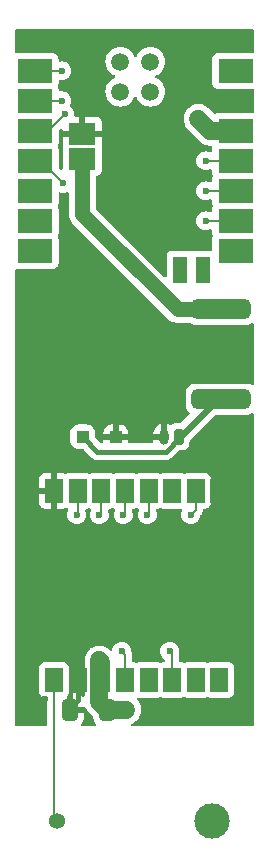
<source format=gbr>
%TF.GenerationSoftware,KiCad,Pcbnew,8.0.6*%
%TF.CreationDate,2024-11-08T20:03:32-06:00*%
%TF.ProjectId,lora micronode,6c6f7261-206d-4696-9372-6f6e6f64652e,rev?*%
%TF.SameCoordinates,Original*%
%TF.FileFunction,Copper,L1,Top*%
%TF.FilePolarity,Positive*%
%FSLAX46Y46*%
G04 Gerber Fmt 4.6, Leading zero omitted, Abs format (unit mm)*
G04 Created by KiCad (PCBNEW 8.0.6) date 2024-11-08 20:03:32*
%MOMM*%
%LPD*%
G01*
G04 APERTURE LIST*
G04 Aperture macros list*
%AMRoundRect*
0 Rectangle with rounded corners*
0 $1 Rounding radius*
0 $2 $3 $4 $5 $6 $7 $8 $9 X,Y pos of 4 corners*
0 Add a 4 corners polygon primitive as box body*
4,1,4,$2,$3,$4,$5,$6,$7,$8,$9,$2,$3,0*
0 Add four circle primitives for the rounded corners*
1,1,$1+$1,$2,$3*
1,1,$1+$1,$4,$5*
1,1,$1+$1,$6,$7*
1,1,$1+$1,$8,$9*
0 Add four rect primitives between the rounded corners*
20,1,$1+$1,$2,$3,$4,$5,0*
20,1,$1+$1,$4,$5,$6,$7,0*
20,1,$1+$1,$6,$7,$8,$9,0*
20,1,$1+$1,$8,$9,$2,$3,0*%
G04 Aperture macros list end*
%TA.AperFunction,SMDPad,CuDef*%
%ADD10RoundRect,0.412500X2.087500X-0.412500X2.087500X0.412500X-2.087500X0.412500X-2.087500X-0.412500X0*%
%TD*%
%TA.AperFunction,ComponentPad*%
%ADD11RoundRect,0.200000X0.200000X0.450000X-0.200000X0.450000X-0.200000X-0.450000X0.200000X-0.450000X0*%
%TD*%
%TA.AperFunction,ComponentPad*%
%ADD12O,0.800000X1.300000*%
%TD*%
%TA.AperFunction,SMDPad,CuDef*%
%ADD13R,3.000000X2.000000*%
%TD*%
%TA.AperFunction,SMDPad,CuDef*%
%ADD14C,1.500000*%
%TD*%
%TA.AperFunction,SMDPad,CuDef*%
%ADD15R,1.300000X2.300000*%
%TD*%
%TA.AperFunction,ComponentPad*%
%ADD16R,2.300000X1.900000*%
%TD*%
%TA.AperFunction,ComponentPad*%
%ADD17C,1.360000*%
%TD*%
%TA.AperFunction,ComponentPad*%
%ADD18C,3.000000*%
%TD*%
%TA.AperFunction,SMDPad,CuDef*%
%ADD19RoundRect,0.250000X-0.300000X-0.300000X0.300000X-0.300000X0.300000X0.300000X-0.300000X0.300000X0*%
%TD*%
%TA.AperFunction,SMDPad,CuDef*%
%ADD20RoundRect,0.250000X0.412500X0.650000X-0.412500X0.650000X-0.412500X-0.650000X0.412500X-0.650000X0*%
%TD*%
%TA.AperFunction,SMDPad,CuDef*%
%ADD21R,1.500000X2.000000*%
%TD*%
%TA.AperFunction,ViaPad*%
%ADD22C,0.600000*%
%TD*%
%TA.AperFunction,Conductor*%
%ADD23C,1.270000*%
%TD*%
%TA.AperFunction,Conductor*%
%ADD24C,0.400000*%
%TD*%
%TA.AperFunction,Conductor*%
%ADD25C,0.190000*%
%TD*%
%TA.AperFunction,Conductor*%
%ADD26C,0.600000*%
%TD*%
%TA.AperFunction,Conductor*%
%ADD27C,1.500000*%
%TD*%
%TA.AperFunction,Conductor*%
%ADD28C,0.200000*%
%TD*%
G04 APERTURE END LIST*
D10*
%TO.P,J1,1,Pin_1*%
%TO.N,Solar+*%
X138448000Y-82926000D03*
%TO.P,J1,2,Pin_2*%
%TO.N,GND*%
X138448000Y-80396000D03*
%TO.P,J1,3,Pin_3*%
X138448000Y-77856000D03*
%TO.P,J1,4,Pin_4*%
%TO.N,BAT_VCC*%
X138448000Y-75316000D03*
%TD*%
D11*
%TO.P,SC1,1,+*%
%TO.N,Solar+*%
X134874000Y-86106000D03*
D12*
%TO.P,SC1,2,-*%
%TO.N,GND*%
X133624001Y-86106000D03*
%TD*%
D13*
%TO.P,U2,1,P0.02_A0_D0*%
%TO.N,SX126X_CS*%
X122691000Y-55126000D03*
%TO.P,U2,2,P0.03_A1_D1*%
%TO.N,SX126X_DIO1*%
X122691000Y-57666000D03*
%TO.P,U2,3,P0.28_A2_D2*%
%TO.N,SX126X_BUSY*%
X122691000Y-60206000D03*
%TO.P,U2,4,P0.29_A3_D3*%
%TO.N,SX126X_RESET*%
X122691000Y-62746000D03*
%TO.P,U2,5,P0.04_A4_D4_SDA*%
%TO.N,unconnected-(U2-P0.04_A4_D4_SDA-Pad5)*%
X122691000Y-65286000D03*
%TO.P,U2,6,P0.05_A5_D5_SCL*%
%TO.N,unconnected-(U2-P0.05_A5_D5_SCL-Pad6)*%
X122691000Y-67826000D03*
%TO.P,U2,7,P1.11_D6_TX*%
%TO.N,unconnected-(U2-P1.11_D6_TX-Pad7)*%
X122691000Y-70366000D03*
%TO.P,U2,8,P1.12_D7_RX*%
%TO.N,unconnected-(U2-P1.12_D7_RX-Pad8)*%
X139691000Y-70366000D03*
%TO.P,U2,9,P1.13_D8_SCK*%
%TO.N,SCK*%
X139691000Y-67826000D03*
%TO.P,U2,10,P1.14_D9_MISO*%
%TO.N,MISO*%
X139691000Y-65286000D03*
%TO.P,U2,11,P1.15_D10_MOSI*%
%TO.N,MOSI*%
X139691000Y-62746000D03*
%TO.P,U2,12,3V3*%
%TO.N,+3.3V*%
X139691000Y-60206000D03*
%TO.P,U2,13,GND*%
%TO.N,GND*%
X139691000Y-57666000D03*
%TO.P,U2,14,5V*%
%TO.N,unconnected-(U2-5V-Pad14)*%
X139691000Y-55126000D03*
D14*
%TO.P,U2,15,PA30_SWCLK*%
%TO.N,unconnected-(U2-PA30_SWCLK-Pad15)*%
X129921000Y-54356000D03*
%TO.P,U2,16,PA31_SWDIO*%
%TO.N,unconnected-(U2-PA31_SWDIO-Pad16)*%
X132461000Y-54356000D03*
%TO.P,U2,17,GND*%
%TO.N,unconnected-(U2-GND-Pad17)*%
X129921000Y-56896000D03*
%TO.P,U2,18,RESET*%
%TO.N,unconnected-(U2-RESET-Pad18)*%
X132461000Y-56896000D03*
D15*
%TO.P,U2,19,P0.09_NFC1*%
%TO.N,unconnected-(U2-P0.09_NFC1-Pad19)*%
X134991000Y-71996000D03*
%TO.P,U2,20,P0.10_NFC2*%
%TO.N,unconnected-(U2-P0.10_NFC2-Pad20)*%
X136891000Y-71996000D03*
D16*
%TO.P,U2,21,BAT-*%
%TO.N,GND*%
X126691000Y-60446000D03*
%TO.P,U2,22,BAT+*%
%TO.N,BAT_VCC*%
X126691000Y-62546000D03*
%TD*%
D17*
%TO.P,AE1,1,A*%
%TO.N,Net-(AE1-A)*%
X124568000Y-118618000D03*
D18*
%TO.P,AE1,2*%
%TO.N,N/C*%
X137668000Y-118618000D03*
%TD*%
D19*
%TO.P,D1,1,K*%
%TO.N,Solar+*%
X126743000Y-86106000D03*
%TO.P,D1,2,A*%
%TO.N,GND*%
X129543000Y-86106000D03*
%TD*%
D20*
%TO.P,C2,1*%
%TO.N,+3.3V*%
X128816500Y-109220000D03*
%TO.P,C2,2*%
%TO.N,GND*%
X125691500Y-109220000D03*
%TD*%
D21*
%TO.P,U1,1,ANT*%
%TO.N,Net-(AE1-A)*%
X124318000Y-106679000D03*
%TO.P,U1,2,GND*%
%TO.N,GND*%
X126318000Y-106679000D03*
%TO.P,U1,3,VDD*%
%TO.N,+3.3V*%
X128318000Y-106679000D03*
%TO.P,U1,4,~{RESET}*%
%TO.N,SX126X_RESET*%
X130318000Y-106679000D03*
%TO.P,U1,5,DIO0*%
%TO.N,unconnected-(U1-DIO0-Pad5)*%
X132318000Y-106679000D03*
%TO.P,U1,6,DIO1*%
%TO.N,SX126X_DIO1*%
X134318000Y-106679000D03*
%TO.P,U1,7,DIO2*%
%TO.N,unconnected-(U1-DIO2-Pad7)*%
X136318000Y-106679000D03*
%TO.P,U1,8,DIO3*%
%TO.N,unconnected-(U1-DIO3-Pad8)*%
X138318000Y-106679000D03*
%TO.P,U1,9,GND*%
%TO.N,GND*%
X138318000Y-90679000D03*
%TO.P,U1,10,DIO4*%
%TO.N,SX126X_BUSY*%
X136318000Y-90679000D03*
%TO.P,U1,11,DIO5*%
%TO.N,unconnected-(U1-DIO5-Pad11)*%
X134318000Y-90679000D03*
%TO.P,U1,12,SCK*%
%TO.N,SCK*%
X132318000Y-90679000D03*
%TO.P,U1,13,MISO*%
%TO.N,MISO*%
X130318000Y-90679000D03*
%TO.P,U1,14,MOSI*%
%TO.N,MOSI*%
X128318000Y-90679000D03*
%TO.P,U1,15,~{NSS}*%
%TO.N,SX126X_CS*%
X126318000Y-90679000D03*
%TO.P,U1,16,GND*%
%TO.N,GND*%
X124318000Y-90679000D03*
%TD*%
D22*
%TO.N,GND*%
X126746000Y-109220000D03*
X123571000Y-108331000D03*
X140462000Y-109855000D03*
X140589000Y-52197000D03*
X121666000Y-52197000D03*
%TO.N,+3.3V*%
X128143000Y-108204000D03*
X130429000Y-109220000D03*
X128143000Y-105029000D03*
X137668000Y-60206000D03*
X137096500Y-59753500D03*
X136525000Y-59182000D03*
%TO.N,SX126X_BUSY*%
X135890000Y-92710000D03*
%TO.N,SX126X_CS*%
X126238000Y-92710000D03*
%TO.N,MOSI*%
X128143000Y-92710000D03*
%TO.N,MISO*%
X130175000Y-92710000D03*
%TO.N,SCK*%
X132207000Y-92710000D03*
%TO.N,SX126X_DIO1*%
X134112000Y-104267000D03*
%TO.N,SX126X_RESET*%
X130048000Y-104267000D03*
X125095000Y-64643000D03*
%TO.N,SX126X_BUSY*%
X125222000Y-58801000D03*
%TO.N,SX126X_DIO1*%
X124968000Y-57658000D03*
%TO.N,SX126X_CS*%
X124960000Y-55126000D03*
%TO.N,SCK*%
X137160000Y-67818000D03*
%TO.N,MISO*%
X137160000Y-65278000D03*
%TO.N,MOSI*%
X137160000Y-62738000D03*
%TD*%
D23*
%TO.N,BAT_VCC*%
X134767528Y-75316000D02*
X138248000Y-75316000D01*
X126691000Y-67239472D02*
X134767528Y-75316000D01*
X126691000Y-62546000D02*
X126691000Y-67239472D01*
D24*
%TO.N,Solar+*%
X127993000Y-87356000D02*
X133756000Y-87356000D01*
X126743000Y-86106000D02*
X127993000Y-87356000D01*
X133756000Y-87356000D02*
X135006000Y-86106000D01*
D25*
%TO.N,Net-(AE1-A)*%
X124318000Y-118368000D02*
X124568000Y-118618000D01*
X124318000Y-106679000D02*
X124318000Y-118368000D01*
D26*
%TO.N,Solar+*%
X138186000Y-82926000D02*
X135006000Y-86106000D01*
X138448000Y-82926000D02*
X138186000Y-82926000D01*
D27*
%TO.N,+3.3V*%
X128143000Y-108204000D02*
X128143000Y-108546500D01*
X128816500Y-109220000D02*
X130429000Y-109220000D01*
X128143000Y-105029000D02*
X128143000Y-108204000D01*
X128318000Y-105204000D02*
X128143000Y-105029000D01*
X128318000Y-106679000D02*
X128318000Y-105204000D01*
X137668000Y-60206000D02*
X137549000Y-60206000D01*
X137096500Y-59753500D02*
X136525000Y-59182000D01*
X137549000Y-60206000D02*
X137096500Y-59753500D01*
X139691000Y-60206000D02*
X137668000Y-60206000D01*
D28*
%TO.N,SX126X_BUSY*%
X136318000Y-92282000D02*
X135890000Y-92710000D01*
X136318000Y-90679000D02*
X136318000Y-92282000D01*
%TO.N,SX126X_DIO1*%
X134318000Y-104473000D02*
X134112000Y-104267000D01*
X134318000Y-106679000D02*
X134318000Y-104473000D01*
%TO.N,SX126X_RESET*%
X130318000Y-104537000D02*
X130048000Y-104267000D01*
X130318000Y-106679000D02*
X130318000Y-104537000D01*
%TO.N,SX126X_CS*%
X126318000Y-92630000D02*
X126238000Y-92710000D01*
X126318000Y-90679000D02*
X126318000Y-92630000D01*
%TO.N,MOSI*%
X128318000Y-92535000D02*
X128143000Y-92710000D01*
X128318000Y-90679000D02*
X128318000Y-92535000D01*
%TO.N,MISO*%
X130318000Y-92567000D02*
X130175000Y-92710000D01*
X130318000Y-90679000D02*
X130318000Y-92567000D01*
%TO.N,SCK*%
X132318000Y-92599000D02*
X132207000Y-92710000D01*
X132318000Y-90679000D02*
X132318000Y-92599000D01*
%TO.N,SX126X_RESET*%
X125095000Y-64590000D02*
X125095000Y-64643000D01*
X123251000Y-62746000D02*
X125095000Y-64590000D01*
X122691000Y-62746000D02*
X123251000Y-62746000D01*
%TO.N,SX126X_BUSY*%
X123817000Y-60206000D02*
X125222000Y-58801000D01*
X122691000Y-60206000D02*
X123817000Y-60206000D01*
%TO.N,SX126X_DIO1*%
X124960000Y-57666000D02*
X124968000Y-57658000D01*
X122691000Y-57666000D02*
X124960000Y-57666000D01*
%TO.N,SX126X_CS*%
X124960000Y-55126000D02*
X124968000Y-55118000D01*
X122691000Y-55126000D02*
X124960000Y-55126000D01*
%TO.N,SCK*%
X137160000Y-67818000D02*
X137168000Y-67826000D01*
X139691000Y-67826000D02*
X137168000Y-67826000D01*
%TO.N,MISO*%
X137160000Y-65278000D02*
X137168000Y-65286000D01*
X139691000Y-65286000D02*
X137168000Y-65286000D01*
%TO.N,MOSI*%
X137168000Y-62746000D02*
X137160000Y-62738000D01*
X139691000Y-62746000D02*
X137168000Y-62746000D01*
D24*
%TO.N,GND*%
X125691500Y-109004500D02*
X126318000Y-108378000D01*
X126318000Y-108378000D02*
X126318000Y-106679000D01*
X125691500Y-109220000D02*
X125691500Y-109004500D01*
D27*
%TO.N,+3.3V*%
X128143000Y-108546500D02*
X128816500Y-109220000D01*
%TD*%
%TA.AperFunction,Conductor*%
%TO.N,GND*%
G36*
X125520951Y-65418843D02*
G01*
X125553179Y-65480837D01*
X125555500Y-65504718D01*
X125555500Y-67328842D01*
X125583457Y-67505363D01*
X125586095Y-67513479D01*
X125586096Y-67513483D01*
X125638692Y-67675357D01*
X125719833Y-67834604D01*
X125821706Y-67974819D01*
X125824887Y-67979198D01*
X125824889Y-67979200D01*
X134027799Y-76182111D01*
X134088646Y-76226319D01*
X134172396Y-76287167D01*
X134331647Y-76368309D01*
X134331649Y-76368310D01*
X134490198Y-76419825D01*
X134501631Y-76423540D01*
X134678162Y-76451500D01*
X135758649Y-76451500D01*
X135825688Y-76471185D01*
X135836680Y-76479130D01*
X135860506Y-76498424D01*
X136031508Y-76585554D01*
X136216889Y-76635227D01*
X136296598Y-76641500D01*
X136296606Y-76641500D01*
X140599394Y-76641500D01*
X140599402Y-76641500D01*
X140679111Y-76635227D01*
X140864492Y-76585554D01*
X141035494Y-76498424D01*
X141035493Y-76498424D01*
X141041284Y-76495474D01*
X141042295Y-76497459D01*
X141099382Y-76480388D01*
X141166518Y-76499737D01*
X141212536Y-76552313D01*
X141224000Y-76604386D01*
X141224000Y-81637613D01*
X141204315Y-81704652D01*
X141151511Y-81750407D01*
X141082353Y-81760351D01*
X141041969Y-81745180D01*
X141041284Y-81746526D01*
X140864490Y-81656445D01*
X140679109Y-81606772D01*
X140599409Y-81600500D01*
X140599402Y-81600500D01*
X136296598Y-81600500D01*
X136296590Y-81600500D01*
X136216890Y-81606772D01*
X136031509Y-81656445D01*
X135860507Y-81743575D01*
X135711354Y-81864354D01*
X135590575Y-82013507D01*
X135503445Y-82184509D01*
X135453772Y-82369890D01*
X135447500Y-82449590D01*
X135447500Y-83402409D01*
X135453772Y-83482109D01*
X135453773Y-83482111D01*
X135503446Y-83667492D01*
X135590576Y-83838494D01*
X135661918Y-83926595D01*
X135711357Y-83987648D01*
X135759552Y-84026675D01*
X135799264Y-84084161D01*
X135801592Y-84153992D01*
X135769198Y-84210722D01*
X135060741Y-84919181D01*
X134999418Y-84952666D01*
X134973060Y-84955500D01*
X134617384Y-84955500D01*
X134598145Y-84957248D01*
X134546807Y-84961913D01*
X134384391Y-85012523D01*
X134240404Y-85099566D01*
X134172850Y-85117402D01*
X134107364Y-85096551D01*
X134050317Y-85058433D01*
X134050308Y-85058428D01*
X133886520Y-84990585D01*
X133874001Y-84988094D01*
X133874001Y-86056272D01*
X133835941Y-85964386D01*
X133765615Y-85894060D01*
X133673729Y-85856000D01*
X133574273Y-85856000D01*
X133482387Y-85894060D01*
X133412061Y-85964386D01*
X133374001Y-86056272D01*
X133374001Y-86155728D01*
X133412061Y-86247614D01*
X133482387Y-86317940D01*
X133574273Y-86356000D01*
X132724001Y-86356000D01*
X132724001Y-86444643D01*
X132736466Y-86507308D01*
X132730239Y-86576900D01*
X132687376Y-86632077D01*
X132621486Y-86655322D01*
X132614849Y-86655500D01*
X130709930Y-86655500D01*
X130642891Y-86635815D01*
X130597136Y-86583011D01*
X130586572Y-86518897D01*
X130592999Y-86455986D01*
X130593000Y-86455973D01*
X130593000Y-86356000D01*
X128493001Y-86356000D01*
X128493001Y-86455989D01*
X128499428Y-86518899D01*
X128486658Y-86587592D01*
X128438777Y-86638476D01*
X128376070Y-86655500D01*
X128334519Y-86655500D01*
X128267480Y-86635815D01*
X128246838Y-86619181D01*
X127829818Y-86202161D01*
X127796333Y-86140838D01*
X127793499Y-86114480D01*
X127793499Y-85756013D01*
X128493000Y-85756013D01*
X128493000Y-85856000D01*
X129293000Y-85856000D01*
X129793000Y-85856000D01*
X130592999Y-85856000D01*
X130592999Y-85767353D01*
X132724001Y-85767353D01*
X132724001Y-85856000D01*
X133374001Y-85856000D01*
X133374001Y-84988095D01*
X133374000Y-84988094D01*
X133361481Y-84990585D01*
X133197693Y-85058428D01*
X133197684Y-85058433D01*
X133050284Y-85156923D01*
X133050280Y-85156926D01*
X132924927Y-85282279D01*
X132924924Y-85282283D01*
X132826434Y-85429683D01*
X132826429Y-85429692D01*
X132758587Y-85593479D01*
X132758585Y-85593487D01*
X132724001Y-85767353D01*
X130592999Y-85767353D01*
X130592999Y-85756028D01*
X130592998Y-85756013D01*
X130582505Y-85653302D01*
X130527358Y-85486880D01*
X130527356Y-85486875D01*
X130435315Y-85337654D01*
X130311345Y-85213684D01*
X130162124Y-85121643D01*
X130162119Y-85121641D01*
X129995697Y-85066494D01*
X129995690Y-85066493D01*
X129892986Y-85056000D01*
X129793000Y-85056000D01*
X129793000Y-85856000D01*
X129293000Y-85856000D01*
X129293000Y-85055999D01*
X129193028Y-85056000D01*
X129193012Y-85056001D01*
X129090302Y-85066494D01*
X128923880Y-85121641D01*
X128923875Y-85121643D01*
X128774654Y-85213684D01*
X128650684Y-85337654D01*
X128558643Y-85486875D01*
X128558641Y-85486880D01*
X128503494Y-85653302D01*
X128503493Y-85653309D01*
X128493000Y-85756013D01*
X127793499Y-85756013D01*
X127793499Y-85755998D01*
X127793498Y-85755981D01*
X127782999Y-85653203D01*
X127782998Y-85653200D01*
X127741777Y-85528804D01*
X127727814Y-85486666D01*
X127635712Y-85337344D01*
X127511656Y-85213288D01*
X127362334Y-85121186D01*
X127195797Y-85066001D01*
X127195795Y-85066000D01*
X127093010Y-85055500D01*
X126392998Y-85055500D01*
X126392980Y-85055501D01*
X126290203Y-85066000D01*
X126290200Y-85066001D01*
X126123668Y-85121185D01*
X126123663Y-85121187D01*
X125974342Y-85213289D01*
X125850289Y-85337342D01*
X125758187Y-85486663D01*
X125758185Y-85486668D01*
X125758115Y-85486880D01*
X125703001Y-85653203D01*
X125703001Y-85653204D01*
X125703000Y-85653204D01*
X125692500Y-85755983D01*
X125692500Y-86456001D01*
X125692501Y-86456019D01*
X125703000Y-86558796D01*
X125703001Y-86558799D01*
X125728522Y-86635815D01*
X125758186Y-86725334D01*
X125850288Y-86874656D01*
X125974344Y-86998712D01*
X126123666Y-87090814D01*
X126290203Y-87145999D01*
X126392991Y-87156500D01*
X126751480Y-87156499D01*
X126818519Y-87176183D01*
X126839161Y-87192818D01*
X127546453Y-87900111D01*
X127546454Y-87900112D01*
X127661192Y-87976777D01*
X127788667Y-88029578D01*
X127788672Y-88029580D01*
X127788676Y-88029580D01*
X127788677Y-88029581D01*
X127924003Y-88056500D01*
X127924006Y-88056500D01*
X133824996Y-88056500D01*
X133916040Y-88038389D01*
X133960328Y-88029580D01*
X134024069Y-88003177D01*
X134087807Y-87976777D01*
X134087808Y-87976776D01*
X134087811Y-87976775D01*
X134202543Y-87900114D01*
X134809838Y-87292819D01*
X134871161Y-87259334D01*
X134897519Y-87256500D01*
X135130613Y-87256500D01*
X135130616Y-87256500D01*
X135201196Y-87250086D01*
X135363606Y-87199478D01*
X135509185Y-87111472D01*
X135629472Y-86991185D01*
X135717478Y-86845606D01*
X135768086Y-86683196D01*
X135774500Y-86612616D01*
X135774500Y-86520940D01*
X135794185Y-86453901D01*
X135810819Y-86433259D01*
X137956259Y-84287819D01*
X138017582Y-84254334D01*
X138043940Y-84251500D01*
X140599394Y-84251500D01*
X140599402Y-84251500D01*
X140679111Y-84245227D01*
X140864492Y-84195554D01*
X141035494Y-84108424D01*
X141035493Y-84108424D01*
X141041284Y-84105474D01*
X141042295Y-84107459D01*
X141099382Y-84090388D01*
X141166518Y-84109737D01*
X141212536Y-84162313D01*
X141224000Y-84214386D01*
X141224000Y-110493000D01*
X141204315Y-110560039D01*
X141151511Y-110605794D01*
X141100000Y-110617000D01*
X130957553Y-110617000D01*
X130890514Y-110597315D01*
X130844759Y-110544511D01*
X130834815Y-110475353D01*
X130863840Y-110411797D01*
X130905149Y-110382009D01*
X130904684Y-110381096D01*
X130987977Y-110338656D01*
X131084405Y-110289524D01*
X131243646Y-110173828D01*
X131382828Y-110034646D01*
X131498524Y-109875405D01*
X131587884Y-109700025D01*
X131648709Y-109512826D01*
X131666973Y-109397511D01*
X131679500Y-109318422D01*
X131679500Y-109121577D01*
X131648709Y-108927173D01*
X131587882Y-108739970D01*
X131498523Y-108564594D01*
X131382828Y-108405354D01*
X131361770Y-108384296D01*
X131328285Y-108322973D01*
X131333269Y-108253281D01*
X131375141Y-108197348D01*
X131440605Y-108172931D01*
X131462701Y-108173325D01*
X131520127Y-108179500D01*
X133115872Y-108179499D01*
X133175483Y-108173091D01*
X133274669Y-108136096D01*
X133344358Y-108131113D01*
X133361319Y-108136092D01*
X133460517Y-108173091D01*
X133520127Y-108179500D01*
X135115872Y-108179499D01*
X135175483Y-108173091D01*
X135274669Y-108136096D01*
X135344358Y-108131113D01*
X135361319Y-108136092D01*
X135460517Y-108173091D01*
X135520127Y-108179500D01*
X137115872Y-108179499D01*
X137175483Y-108173091D01*
X137274669Y-108136096D01*
X137344358Y-108131113D01*
X137361319Y-108136092D01*
X137460517Y-108173091D01*
X137520127Y-108179500D01*
X139115872Y-108179499D01*
X139175483Y-108173091D01*
X139310331Y-108122796D01*
X139425546Y-108036546D01*
X139511796Y-107921331D01*
X139562091Y-107786483D01*
X139568500Y-107726873D01*
X139568499Y-105631128D01*
X139562091Y-105571517D01*
X139511796Y-105436669D01*
X139511795Y-105436668D01*
X139511793Y-105436664D01*
X139425547Y-105321455D01*
X139425544Y-105321452D01*
X139310335Y-105235206D01*
X139310328Y-105235202D01*
X139175482Y-105184908D01*
X139175483Y-105184908D01*
X139115883Y-105178501D01*
X139115881Y-105178500D01*
X139115873Y-105178500D01*
X139115864Y-105178500D01*
X137520129Y-105178500D01*
X137520123Y-105178501D01*
X137460515Y-105184909D01*
X137361332Y-105221901D01*
X137291640Y-105226885D01*
X137274668Y-105221901D01*
X137175485Y-105184909D01*
X137175483Y-105184908D01*
X137115883Y-105178501D01*
X137115881Y-105178500D01*
X137115873Y-105178500D01*
X137115864Y-105178500D01*
X135520129Y-105178500D01*
X135520123Y-105178501D01*
X135460515Y-105184909D01*
X135361332Y-105221901D01*
X135291640Y-105226885D01*
X135274668Y-105221901D01*
X135175485Y-105184909D01*
X135175483Y-105184908D01*
X135115883Y-105178501D01*
X135115881Y-105178500D01*
X135115873Y-105178500D01*
X135115865Y-105178500D01*
X135042500Y-105178500D01*
X134975461Y-105158815D01*
X134929706Y-105106011D01*
X134918500Y-105054500D01*
X134918500Y-104562059D01*
X134918501Y-104562046D01*
X134918501Y-104393945D01*
X134918500Y-104393941D01*
X134913845Y-104376566D01*
X134910400Y-104330590D01*
X134917565Y-104267002D01*
X134917565Y-104266996D01*
X134897369Y-104087750D01*
X134897368Y-104087745D01*
X134892969Y-104075174D01*
X134837789Y-103917478D01*
X134808029Y-103870116D01*
X134798582Y-103855080D01*
X134741816Y-103764738D01*
X134614262Y-103637184D01*
X134461523Y-103541211D01*
X134291254Y-103481631D01*
X134291249Y-103481630D01*
X134112004Y-103461435D01*
X134111996Y-103461435D01*
X133932750Y-103481630D01*
X133932745Y-103481631D01*
X133762476Y-103541211D01*
X133609737Y-103637184D01*
X133482184Y-103764737D01*
X133386211Y-103917476D01*
X133326631Y-104087745D01*
X133326630Y-104087750D01*
X133306435Y-104266996D01*
X133306435Y-104267003D01*
X133326630Y-104446249D01*
X133326631Y-104446254D01*
X133386211Y-104616523D01*
X133482184Y-104769262D01*
X133609737Y-104896815D01*
X133609740Y-104896817D01*
X133659471Y-104928065D01*
X133705763Y-104980399D01*
X133717500Y-105033059D01*
X133717500Y-105054500D01*
X133697815Y-105121539D01*
X133645011Y-105167294D01*
X133593502Y-105178500D01*
X133520130Y-105178500D01*
X133520123Y-105178501D01*
X133460515Y-105184909D01*
X133361332Y-105221901D01*
X133291640Y-105226885D01*
X133274668Y-105221901D01*
X133175485Y-105184909D01*
X133175483Y-105184908D01*
X133115883Y-105178501D01*
X133115881Y-105178500D01*
X133115873Y-105178500D01*
X133115864Y-105178500D01*
X131520129Y-105178500D01*
X131520123Y-105178501D01*
X131460515Y-105184909D01*
X131361332Y-105221901D01*
X131291640Y-105226885D01*
X131274668Y-105221901D01*
X131175485Y-105184909D01*
X131175483Y-105184908D01*
X131115883Y-105178501D01*
X131115881Y-105178500D01*
X131115873Y-105178500D01*
X131115865Y-105178500D01*
X131042500Y-105178500D01*
X130975461Y-105158815D01*
X130929706Y-105106011D01*
X130918500Y-105054500D01*
X130918500Y-104626060D01*
X130918501Y-104626047D01*
X130918501Y-104457944D01*
X130915369Y-104446254D01*
X130877577Y-104305216D01*
X130866027Y-104285212D01*
X130850195Y-104237095D01*
X130833369Y-104087749D01*
X130833368Y-104087745D01*
X130828969Y-104075174D01*
X130773789Y-103917478D01*
X130744029Y-103870116D01*
X130734582Y-103855080D01*
X130677816Y-103764738D01*
X130550262Y-103637184D01*
X130397523Y-103541211D01*
X130227254Y-103481631D01*
X130227249Y-103481630D01*
X130048004Y-103461435D01*
X130047996Y-103461435D01*
X129868750Y-103481630D01*
X129868745Y-103481631D01*
X129698476Y-103541211D01*
X129545737Y-103637184D01*
X129418184Y-103764737D01*
X129322211Y-103917476D01*
X129262631Y-104087745D01*
X129262631Y-104087748D01*
X129261850Y-104094680D01*
X129234782Y-104159093D01*
X129177186Y-104198647D01*
X129107349Y-104200784D01*
X129050949Y-104168475D01*
X128957648Y-104075174D01*
X128957646Y-104075172D01*
X128798405Y-103959476D01*
X128623030Y-103870117D01*
X128435826Y-103809290D01*
X128241422Y-103778500D01*
X128241417Y-103778500D01*
X128044583Y-103778500D01*
X128044578Y-103778500D01*
X127850173Y-103809290D01*
X127662969Y-103870117D01*
X127487594Y-103959476D01*
X127396741Y-104025485D01*
X127328354Y-104075172D01*
X127328352Y-104075174D01*
X127328351Y-104075174D01*
X127189174Y-104214351D01*
X127189174Y-104214352D01*
X127189172Y-104214354D01*
X127172650Y-104237095D01*
X127073476Y-104373594D01*
X126984115Y-104548973D01*
X126984113Y-104548979D01*
X126955932Y-104635715D01*
X126955932Y-104635717D01*
X126923290Y-104736173D01*
X126892500Y-104930577D01*
X126892500Y-107998477D01*
X126872815Y-108065516D01*
X126820011Y-108111271D01*
X126750853Y-108121215D01*
X126687297Y-108092190D01*
X126680819Y-108086158D01*
X126572345Y-107977684D01*
X126423124Y-107885643D01*
X126423119Y-107885641D01*
X126256697Y-107830494D01*
X126256690Y-107830493D01*
X126153986Y-107820000D01*
X125941500Y-107820000D01*
X125941500Y-108970000D01*
X126879327Y-108970000D01*
X126946366Y-108989685D01*
X126989811Y-109037704D01*
X127073476Y-109201905D01*
X127189172Y-109361146D01*
X127189174Y-109361148D01*
X127617181Y-109789155D01*
X127650666Y-109850478D01*
X127653500Y-109876833D01*
X127653500Y-109919999D01*
X127653501Y-109920019D01*
X127664000Y-110022796D01*
X127664001Y-110022799D01*
X127714047Y-110173825D01*
X127719186Y-110189334D01*
X127811096Y-110338345D01*
X127811289Y-110338657D01*
X127877951Y-110405319D01*
X127911436Y-110466642D01*
X127906452Y-110536334D01*
X127864580Y-110592267D01*
X127799116Y-110616684D01*
X127790270Y-110617000D01*
X126717023Y-110617000D01*
X126649984Y-110597315D01*
X126604229Y-110544511D01*
X126594285Y-110475353D01*
X126623310Y-110411797D01*
X126629342Y-110405319D01*
X126696315Y-110338345D01*
X126788356Y-110189124D01*
X126788358Y-110189119D01*
X126843505Y-110022697D01*
X126843506Y-110022690D01*
X126853999Y-109919986D01*
X126854000Y-109919973D01*
X126854000Y-109470000D01*
X125565500Y-109470000D01*
X125498461Y-109450315D01*
X125452706Y-109397511D01*
X125441500Y-109346000D01*
X125441500Y-108056506D01*
X125461185Y-107989467D01*
X125466233Y-107982195D01*
X125469610Y-107977684D01*
X125511796Y-107921331D01*
X125562091Y-107786483D01*
X125568500Y-107726873D01*
X125568499Y-105631128D01*
X125562091Y-105571517D01*
X125511796Y-105436669D01*
X125511795Y-105436668D01*
X125511793Y-105436664D01*
X125425547Y-105321455D01*
X125425544Y-105321452D01*
X125310335Y-105235206D01*
X125310328Y-105235202D01*
X125175482Y-105184908D01*
X125175483Y-105184908D01*
X125115883Y-105178501D01*
X125115881Y-105178500D01*
X125115873Y-105178500D01*
X125115864Y-105178500D01*
X123520129Y-105178500D01*
X123520123Y-105178501D01*
X123460516Y-105184908D01*
X123325671Y-105235202D01*
X123325664Y-105235206D01*
X123210455Y-105321452D01*
X123210452Y-105321455D01*
X123124206Y-105436664D01*
X123124202Y-105436671D01*
X123073908Y-105571517D01*
X123067501Y-105631116D01*
X123067501Y-105631123D01*
X123067500Y-105631135D01*
X123067500Y-107726870D01*
X123067501Y-107726876D01*
X123073908Y-107786483D01*
X123124202Y-107921328D01*
X123124206Y-107921335D01*
X123210452Y-108036544D01*
X123210455Y-108036547D01*
X123325664Y-108122793D01*
X123325671Y-108122797D01*
X123347968Y-108131113D01*
X123460517Y-108173091D01*
X123520127Y-108179500D01*
X123598500Y-108179499D01*
X123665538Y-108199183D01*
X123711294Y-108251986D01*
X123722500Y-108303499D01*
X123722500Y-110493000D01*
X123702815Y-110560039D01*
X123650011Y-110605794D01*
X123598500Y-110617000D01*
X121155000Y-110617000D01*
X121087961Y-110597315D01*
X121042206Y-110544511D01*
X121031000Y-110493000D01*
X121031000Y-91726844D01*
X123068000Y-91726844D01*
X123074401Y-91786372D01*
X123074403Y-91786379D01*
X123124645Y-91921086D01*
X123124649Y-91921093D01*
X123210809Y-92036187D01*
X123210812Y-92036190D01*
X123325906Y-92122350D01*
X123325913Y-92122354D01*
X123460620Y-92172596D01*
X123460627Y-92172598D01*
X123520155Y-92178999D01*
X123520172Y-92179000D01*
X124068000Y-92179000D01*
X124068000Y-90929000D01*
X123068000Y-90929000D01*
X123068000Y-91726844D01*
X121031000Y-91726844D01*
X121031000Y-89631155D01*
X123068000Y-89631155D01*
X123068000Y-90429000D01*
X124068000Y-90429000D01*
X124068000Y-89179000D01*
X124568000Y-89179000D01*
X124568000Y-92179000D01*
X125115828Y-92179000D01*
X125115844Y-92178999D01*
X125175372Y-92172598D01*
X125175376Y-92172597D01*
X125273951Y-92135831D01*
X125343643Y-92130847D01*
X125360616Y-92135830D01*
X125455106Y-92171072D01*
X125511039Y-92212943D01*
X125535456Y-92278407D01*
X125520605Y-92346680D01*
X125516771Y-92353218D01*
X125512212Y-92360474D01*
X125452631Y-92530745D01*
X125452630Y-92530750D01*
X125432435Y-92709996D01*
X125432435Y-92710003D01*
X125452630Y-92889249D01*
X125452631Y-92889254D01*
X125512211Y-93059523D01*
X125608184Y-93212262D01*
X125735738Y-93339816D01*
X125888478Y-93435789D01*
X126058745Y-93495368D01*
X126058750Y-93495369D01*
X126237996Y-93515565D01*
X126238000Y-93515565D01*
X126238004Y-93515565D01*
X126417249Y-93495369D01*
X126417252Y-93495368D01*
X126417255Y-93495368D01*
X126587522Y-93435789D01*
X126740262Y-93339816D01*
X126867816Y-93212262D01*
X126963789Y-93059522D01*
X127023368Y-92889255D01*
X127023369Y-92889249D01*
X127043565Y-92710003D01*
X127043565Y-92709996D01*
X127023369Y-92530750D01*
X127023368Y-92530745D01*
X126963788Y-92360475D01*
X126962262Y-92357307D01*
X126961890Y-92355053D01*
X126961489Y-92353905D01*
X126961690Y-92353834D01*
X126950906Y-92288366D01*
X126978625Y-92224230D01*
X127036618Y-92185261D01*
X127073979Y-92179499D01*
X127115871Y-92179499D01*
X127115872Y-92179499D01*
X127175483Y-92173091D01*
X127274669Y-92136096D01*
X127344358Y-92131113D01*
X127361333Y-92136097D01*
X127368782Y-92138876D01*
X127378146Y-92142369D01*
X127434078Y-92184242D01*
X127458493Y-92249707D01*
X127443639Y-92317979D01*
X127439804Y-92324519D01*
X127417211Y-92360475D01*
X127357631Y-92530745D01*
X127357630Y-92530750D01*
X127337435Y-92709996D01*
X127337435Y-92710003D01*
X127357630Y-92889249D01*
X127357631Y-92889254D01*
X127417211Y-93059523D01*
X127513184Y-93212262D01*
X127640738Y-93339816D01*
X127793478Y-93435789D01*
X127963745Y-93495368D01*
X127963750Y-93495369D01*
X128142996Y-93515565D01*
X128143000Y-93515565D01*
X128143004Y-93515565D01*
X128322249Y-93495369D01*
X128322252Y-93495368D01*
X128322255Y-93495368D01*
X128492522Y-93435789D01*
X128645262Y-93339816D01*
X128772816Y-93212262D01*
X128868789Y-93059522D01*
X128928368Y-92889255D01*
X128928369Y-92889249D01*
X128948565Y-92710003D01*
X128948565Y-92709996D01*
X128932407Y-92566596D01*
X128928368Y-92530745D01*
X128928365Y-92530737D01*
X128925458Y-92522427D01*
X128918500Y-92481474D01*
X128918500Y-92303499D01*
X128938185Y-92236460D01*
X128990989Y-92190705D01*
X129042500Y-92179499D01*
X129115871Y-92179499D01*
X129115872Y-92179499D01*
X129175483Y-92173091D01*
X129274669Y-92136096D01*
X129344358Y-92131113D01*
X129361319Y-92136092D01*
X129404070Y-92152037D01*
X129460001Y-92193908D01*
X129484418Y-92259372D01*
X129469566Y-92327645D01*
X129465729Y-92334189D01*
X129449211Y-92360477D01*
X129389631Y-92530745D01*
X129389630Y-92530750D01*
X129369435Y-92709996D01*
X129369435Y-92710003D01*
X129389630Y-92889249D01*
X129389631Y-92889254D01*
X129449211Y-93059523D01*
X129545184Y-93212262D01*
X129672738Y-93339816D01*
X129825478Y-93435789D01*
X129995745Y-93495368D01*
X129995750Y-93495369D01*
X130174996Y-93515565D01*
X130175000Y-93515565D01*
X130175004Y-93515565D01*
X130354249Y-93495369D01*
X130354252Y-93495368D01*
X130354255Y-93495368D01*
X130524522Y-93435789D01*
X130677262Y-93339816D01*
X130804816Y-93212262D01*
X130900789Y-93059522D01*
X130960368Y-92889255D01*
X130960369Y-92889249D01*
X130980565Y-92710003D01*
X130980565Y-92709996D01*
X130960369Y-92530750D01*
X130960367Y-92530742D01*
X130925458Y-92430976D01*
X130918500Y-92390022D01*
X130918500Y-92303499D01*
X130938185Y-92236460D01*
X130990989Y-92190705D01*
X131042500Y-92179499D01*
X131115871Y-92179499D01*
X131115872Y-92179499D01*
X131175483Y-92173091D01*
X131274669Y-92136096D01*
X131344358Y-92131113D01*
X131361322Y-92136094D01*
X131429992Y-92161706D01*
X131485925Y-92203576D01*
X131510342Y-92269041D01*
X131495490Y-92337314D01*
X131491654Y-92343855D01*
X131481212Y-92360474D01*
X131421631Y-92530745D01*
X131421630Y-92530750D01*
X131401435Y-92709996D01*
X131401435Y-92710003D01*
X131421630Y-92889249D01*
X131421631Y-92889254D01*
X131481211Y-93059523D01*
X131577184Y-93212262D01*
X131704738Y-93339816D01*
X131857478Y-93435789D01*
X132027745Y-93495368D01*
X132027750Y-93495369D01*
X132206996Y-93515565D01*
X132207000Y-93515565D01*
X132207004Y-93515565D01*
X132386249Y-93495369D01*
X132386252Y-93495368D01*
X132386255Y-93495368D01*
X132556522Y-93435789D01*
X132709262Y-93339816D01*
X132836816Y-93212262D01*
X132932789Y-93059522D01*
X132992368Y-92889255D01*
X132992369Y-92889249D01*
X133012565Y-92710003D01*
X133012565Y-92709996D01*
X132992369Y-92530750D01*
X132992366Y-92530737D01*
X132932789Y-92360478D01*
X132931260Y-92357302D01*
X132930888Y-92355043D01*
X132930490Y-92353906D01*
X132930689Y-92353836D01*
X132919907Y-92288361D01*
X132947628Y-92224226D01*
X133005623Y-92185260D01*
X133042979Y-92179499D01*
X133115871Y-92179499D01*
X133115872Y-92179499D01*
X133175483Y-92173091D01*
X133274669Y-92136096D01*
X133344358Y-92131113D01*
X133361319Y-92136092D01*
X133460517Y-92173091D01*
X133520127Y-92179500D01*
X135054020Y-92179499D01*
X135121059Y-92199184D01*
X135166814Y-92251987D01*
X135176758Y-92321146D01*
X135165742Y-92357297D01*
X135164213Y-92360472D01*
X135104631Y-92530745D01*
X135104630Y-92530750D01*
X135084435Y-92709996D01*
X135084435Y-92710003D01*
X135104630Y-92889249D01*
X135104631Y-92889254D01*
X135164211Y-93059523D01*
X135260184Y-93212262D01*
X135387738Y-93339816D01*
X135540478Y-93435789D01*
X135710745Y-93495368D01*
X135710750Y-93495369D01*
X135889996Y-93515565D01*
X135890000Y-93515565D01*
X135890004Y-93515565D01*
X136069249Y-93495369D01*
X136069252Y-93495368D01*
X136069255Y-93495368D01*
X136239522Y-93435789D01*
X136392262Y-93339816D01*
X136519816Y-93212262D01*
X136615789Y-93059522D01*
X136675368Y-92889255D01*
X136685161Y-92802331D01*
X136712226Y-92737921D01*
X136720700Y-92728535D01*
X136739239Y-92709996D01*
X136798520Y-92650716D01*
X136877577Y-92513784D01*
X136918500Y-92361057D01*
X136918500Y-92303499D01*
X136938185Y-92236460D01*
X136990989Y-92190705D01*
X137042500Y-92179499D01*
X137115871Y-92179499D01*
X137115872Y-92179499D01*
X137175483Y-92173091D01*
X137310331Y-92122796D01*
X137425546Y-92036546D01*
X137511796Y-91921331D01*
X137562091Y-91786483D01*
X137568500Y-91726873D01*
X137568499Y-89631128D01*
X137562091Y-89571517D01*
X137511884Y-89436906D01*
X137511797Y-89436671D01*
X137511793Y-89436664D01*
X137425547Y-89321455D01*
X137425544Y-89321452D01*
X137310335Y-89235206D01*
X137310328Y-89235202D01*
X137175482Y-89184908D01*
X137175483Y-89184908D01*
X137115883Y-89178501D01*
X137115881Y-89178500D01*
X137115873Y-89178500D01*
X137115864Y-89178500D01*
X135520129Y-89178500D01*
X135520123Y-89178501D01*
X135460515Y-89184909D01*
X135361332Y-89221901D01*
X135291640Y-89226885D01*
X135274668Y-89221901D01*
X135175485Y-89184909D01*
X135175483Y-89184908D01*
X135115883Y-89178501D01*
X135115881Y-89178500D01*
X135115873Y-89178500D01*
X135115864Y-89178500D01*
X133520129Y-89178500D01*
X133520123Y-89178501D01*
X133460515Y-89184909D01*
X133361332Y-89221901D01*
X133291640Y-89226885D01*
X133274668Y-89221901D01*
X133175485Y-89184909D01*
X133175483Y-89184908D01*
X133115883Y-89178501D01*
X133115881Y-89178500D01*
X133115873Y-89178500D01*
X133115864Y-89178500D01*
X131520129Y-89178500D01*
X131520123Y-89178501D01*
X131460515Y-89184909D01*
X131361332Y-89221901D01*
X131291640Y-89226885D01*
X131274668Y-89221901D01*
X131175485Y-89184909D01*
X131175483Y-89184908D01*
X131115883Y-89178501D01*
X131115881Y-89178500D01*
X131115873Y-89178500D01*
X131115864Y-89178500D01*
X129520129Y-89178500D01*
X129520123Y-89178501D01*
X129460515Y-89184909D01*
X129361332Y-89221901D01*
X129291640Y-89226885D01*
X129274668Y-89221901D01*
X129175485Y-89184909D01*
X129175483Y-89184908D01*
X129115883Y-89178501D01*
X129115881Y-89178500D01*
X129115873Y-89178500D01*
X129115864Y-89178500D01*
X127520129Y-89178500D01*
X127520123Y-89178501D01*
X127460515Y-89184909D01*
X127361332Y-89221901D01*
X127291640Y-89226885D01*
X127274668Y-89221901D01*
X127175485Y-89184909D01*
X127175483Y-89184908D01*
X127115883Y-89178501D01*
X127115881Y-89178500D01*
X127115873Y-89178500D01*
X127115864Y-89178500D01*
X125520129Y-89178500D01*
X125520123Y-89178501D01*
X125460515Y-89184909D01*
X125360617Y-89222168D01*
X125290926Y-89227152D01*
X125273952Y-89222168D01*
X125175380Y-89185403D01*
X125175372Y-89185401D01*
X125115844Y-89179000D01*
X124568000Y-89179000D01*
X124068000Y-89179000D01*
X123520155Y-89179000D01*
X123460627Y-89185401D01*
X123460620Y-89185403D01*
X123325913Y-89235645D01*
X123325906Y-89235649D01*
X123210812Y-89321809D01*
X123210809Y-89321812D01*
X123124649Y-89436906D01*
X123124645Y-89436913D01*
X123074403Y-89571620D01*
X123074401Y-89571627D01*
X123068000Y-89631155D01*
X121031000Y-89631155D01*
X121031000Y-71990499D01*
X121050685Y-71923460D01*
X121103489Y-71877705D01*
X121154995Y-71866499D01*
X124238872Y-71866499D01*
X124298483Y-71860091D01*
X124433331Y-71809796D01*
X124548546Y-71723546D01*
X124634796Y-71608331D01*
X124685091Y-71473483D01*
X124691500Y-71413873D01*
X124691499Y-69318128D01*
X124685091Y-69258517D01*
X124640637Y-69139332D01*
X124635654Y-69069642D01*
X124640638Y-69052667D01*
X124685091Y-68933482D01*
X124691500Y-68873873D01*
X124691499Y-66778128D01*
X124685091Y-66718517D01*
X124684812Y-66717770D01*
X124640638Y-66599333D01*
X124635654Y-66529642D01*
X124640638Y-66512667D01*
X124685091Y-66393482D01*
X124691500Y-66333873D01*
X124691499Y-65524662D01*
X124711183Y-65457624D01*
X124763987Y-65411869D01*
X124833146Y-65401925D01*
X124856454Y-65407622D01*
X124915737Y-65428366D01*
X124915743Y-65428367D01*
X124915745Y-65428368D01*
X124915746Y-65428368D01*
X124915750Y-65428369D01*
X125094996Y-65448565D01*
X125095000Y-65448565D01*
X125095004Y-65448565D01*
X125274249Y-65428369D01*
X125274251Y-65428368D01*
X125274255Y-65428368D01*
X125274258Y-65428366D01*
X125274262Y-65428366D01*
X125390545Y-65387677D01*
X125460324Y-65384115D01*
X125520951Y-65418843D01*
G37*
%TD.AperFunction*%
%TA.AperFunction,Conductor*%
G36*
X133874001Y-86195980D02*
G01*
X133854316Y-86263019D01*
X133837682Y-86283661D01*
X133801662Y-86319681D01*
X133740339Y-86353166D01*
X133713981Y-86356000D01*
X133673729Y-86356000D01*
X133765615Y-86317940D01*
X133835941Y-86247614D01*
X133874001Y-86155728D01*
X133874001Y-86195980D01*
G37*
%TD.AperFunction*%
%TA.AperFunction,Conductor*%
G36*
X141167039Y-51581685D02*
G01*
X141212794Y-51634489D01*
X141224000Y-51686000D01*
X141224000Y-53501500D01*
X141204315Y-53568539D01*
X141151511Y-53614294D01*
X141100000Y-53625500D01*
X138143129Y-53625500D01*
X138143123Y-53625501D01*
X138083516Y-53631908D01*
X137948671Y-53682202D01*
X137948664Y-53682206D01*
X137833455Y-53768452D01*
X137833452Y-53768455D01*
X137747206Y-53883664D01*
X137747202Y-53883671D01*
X137696908Y-54018517D01*
X137690501Y-54078116D01*
X137690501Y-54078123D01*
X137690500Y-54078135D01*
X137690500Y-56173870D01*
X137690501Y-56173876D01*
X137696908Y-56233483D01*
X137747202Y-56368328D01*
X137747206Y-56368335D01*
X137833452Y-56483544D01*
X137833455Y-56483547D01*
X137948664Y-56569793D01*
X137948671Y-56569797D01*
X138083517Y-56620091D01*
X138083516Y-56620091D01*
X138090444Y-56620835D01*
X138143127Y-56626500D01*
X141100000Y-56626499D01*
X141167039Y-56646184D01*
X141212794Y-56698988D01*
X141224000Y-56750499D01*
X141224000Y-58581500D01*
X141204315Y-58648539D01*
X141151511Y-58694294D01*
X141100000Y-58705500D01*
X138143129Y-58705500D01*
X138143123Y-58705501D01*
X138083516Y-58711908D01*
X137968714Y-58754727D01*
X137899022Y-58759711D01*
X137837700Y-58726226D01*
X137339648Y-58228174D01*
X137339646Y-58228172D01*
X137180405Y-58112476D01*
X137107983Y-58075575D01*
X137005030Y-58023117D01*
X136817826Y-57962290D01*
X136623422Y-57931500D01*
X136623417Y-57931500D01*
X136426583Y-57931500D01*
X136426578Y-57931500D01*
X136232173Y-57962290D01*
X136044969Y-58023117D01*
X135869594Y-58112476D01*
X135788791Y-58171184D01*
X135710354Y-58228172D01*
X135710352Y-58228174D01*
X135710351Y-58228174D01*
X135571174Y-58367351D01*
X135571174Y-58367352D01*
X135571172Y-58367354D01*
X135521485Y-58435741D01*
X135455476Y-58526594D01*
X135366117Y-58701969D01*
X135305290Y-58889173D01*
X135274500Y-59083577D01*
X135274500Y-59280422D01*
X135305290Y-59474826D01*
X135366117Y-59662030D01*
X135426919Y-59781359D01*
X135455476Y-59837405D01*
X135571172Y-59996646D01*
X136142672Y-60568146D01*
X136734355Y-61159829D01*
X136893595Y-61275524D01*
X136968092Y-61313482D01*
X137068976Y-61364885D01*
X137209366Y-61410500D01*
X137256174Y-61425709D01*
X137300106Y-61432667D01*
X137450578Y-61456500D01*
X137450583Y-61456500D01*
X137450584Y-61456500D01*
X137569583Y-61456500D01*
X137586204Y-61456500D01*
X137653243Y-61476185D01*
X137698998Y-61528989D01*
X137708942Y-61598147D01*
X137702385Y-61623835D01*
X137696908Y-61638516D01*
X137690501Y-61698116D01*
X137690501Y-61698123D01*
X137690500Y-61698135D01*
X137690500Y-61902020D01*
X137670815Y-61969059D01*
X137618011Y-62014814D01*
X137548853Y-62024758D01*
X137512697Y-62013740D01*
X137509522Y-62012211D01*
X137339254Y-61952631D01*
X137339249Y-61952630D01*
X137160004Y-61932435D01*
X137159996Y-61932435D01*
X136980750Y-61952630D01*
X136980745Y-61952631D01*
X136810476Y-62012211D01*
X136657737Y-62108184D01*
X136530184Y-62235737D01*
X136434211Y-62388476D01*
X136374631Y-62558745D01*
X136374630Y-62558750D01*
X136354435Y-62737996D01*
X136354435Y-62738003D01*
X136374630Y-62917249D01*
X136374631Y-62917254D01*
X136434211Y-63087523D01*
X136530184Y-63240262D01*
X136657738Y-63367816D01*
X136688115Y-63386903D01*
X136808047Y-63462262D01*
X136810478Y-63463789D01*
X136980745Y-63523368D01*
X136980750Y-63523369D01*
X137159996Y-63543565D01*
X137160000Y-63543565D01*
X137160004Y-63543565D01*
X137339249Y-63523369D01*
X137339252Y-63523368D01*
X137339255Y-63523368D01*
X137509522Y-63463789D01*
X137509524Y-63463788D01*
X137512693Y-63462262D01*
X137514946Y-63461890D01*
X137516095Y-63461489D01*
X137516165Y-63461690D01*
X137581634Y-63450906D01*
X137645770Y-63478625D01*
X137684739Y-63536618D01*
X137690501Y-63573979D01*
X137690501Y-63793876D01*
X137696908Y-63853483D01*
X137741361Y-63972667D01*
X137746345Y-64042359D01*
X137741361Y-64059333D01*
X137696908Y-64178517D01*
X137690501Y-64238116D01*
X137690500Y-64238135D01*
X137690500Y-64442020D01*
X137670815Y-64509059D01*
X137618011Y-64554814D01*
X137548853Y-64564758D01*
X137512697Y-64553740D01*
X137509522Y-64552211D01*
X137339254Y-64492631D01*
X137339249Y-64492630D01*
X137160004Y-64472435D01*
X137159996Y-64472435D01*
X136980750Y-64492630D01*
X136980745Y-64492631D01*
X136810476Y-64552211D01*
X136657737Y-64648184D01*
X136530184Y-64775737D01*
X136434211Y-64928476D01*
X136374631Y-65098745D01*
X136374630Y-65098750D01*
X136354435Y-65277996D01*
X136354435Y-65278003D01*
X136374630Y-65457249D01*
X136374631Y-65457254D01*
X136434211Y-65627523D01*
X136530184Y-65780262D01*
X136657738Y-65907816D01*
X136748080Y-65964582D01*
X136808047Y-66002262D01*
X136810478Y-66003789D01*
X136852877Y-66018625D01*
X136980745Y-66063368D01*
X136980750Y-66063369D01*
X137159996Y-66083565D01*
X137160000Y-66083565D01*
X137160004Y-66083565D01*
X137339249Y-66063369D01*
X137339252Y-66063368D01*
X137339255Y-66063368D01*
X137509522Y-66003789D01*
X137509524Y-66003788D01*
X137512693Y-66002262D01*
X137514946Y-66001890D01*
X137516095Y-66001489D01*
X137516165Y-66001690D01*
X137581634Y-65990906D01*
X137645770Y-66018625D01*
X137684739Y-66076618D01*
X137690501Y-66113979D01*
X137690501Y-66333876D01*
X137696908Y-66393483D01*
X137741361Y-66512667D01*
X137746345Y-66582359D01*
X137741361Y-66599333D01*
X137696908Y-66718517D01*
X137694155Y-66744128D01*
X137690501Y-66778123D01*
X137690500Y-66778135D01*
X137690500Y-66982020D01*
X137670815Y-67049059D01*
X137618011Y-67094814D01*
X137548853Y-67104758D01*
X137512697Y-67093740D01*
X137509522Y-67092211D01*
X137339254Y-67032631D01*
X137339249Y-67032630D01*
X137160004Y-67012435D01*
X137159996Y-67012435D01*
X136980750Y-67032630D01*
X136980745Y-67032631D01*
X136810476Y-67092211D01*
X136657737Y-67188184D01*
X136530184Y-67315737D01*
X136434211Y-67468476D01*
X136374631Y-67638745D01*
X136374630Y-67638750D01*
X136354435Y-67817996D01*
X136354435Y-67818003D01*
X136374630Y-67997249D01*
X136374631Y-67997254D01*
X136434211Y-68167523D01*
X136530184Y-68320262D01*
X136657738Y-68447816D01*
X136748080Y-68504582D01*
X136808047Y-68542262D01*
X136810478Y-68543789D01*
X136852877Y-68558625D01*
X136980745Y-68603368D01*
X136980750Y-68603369D01*
X137159996Y-68623565D01*
X137160000Y-68623565D01*
X137160004Y-68623565D01*
X137339249Y-68603369D01*
X137339252Y-68603368D01*
X137339255Y-68603368D01*
X137509522Y-68543789D01*
X137509524Y-68543788D01*
X137512693Y-68542262D01*
X137514946Y-68541890D01*
X137516095Y-68541489D01*
X137516165Y-68541690D01*
X137581634Y-68530906D01*
X137645770Y-68558625D01*
X137684739Y-68616618D01*
X137690501Y-68653979D01*
X137690501Y-68873876D01*
X137696908Y-68933483D01*
X137741361Y-69052667D01*
X137746345Y-69122359D01*
X137741361Y-69139333D01*
X137696908Y-69258517D01*
X137690501Y-69318116D01*
X137690501Y-69318123D01*
X137690500Y-69318135D01*
X137690500Y-70221500D01*
X137670815Y-70288539D01*
X137618011Y-70334294D01*
X137566500Y-70345500D01*
X136193129Y-70345500D01*
X136193123Y-70345501D01*
X136133516Y-70351908D01*
X135990359Y-70405303D01*
X135989714Y-70403575D01*
X135932147Y-70416095D01*
X135892011Y-70404310D01*
X135891641Y-70405303D01*
X135748482Y-70351908D01*
X135748483Y-70351908D01*
X135688883Y-70345501D01*
X135688881Y-70345500D01*
X135688873Y-70345500D01*
X135688864Y-70345500D01*
X134293129Y-70345500D01*
X134293123Y-70345501D01*
X134233516Y-70351908D01*
X134098671Y-70402202D01*
X134098664Y-70402206D01*
X133983455Y-70488452D01*
X133983452Y-70488455D01*
X133897206Y-70603664D01*
X133897202Y-70603671D01*
X133846908Y-70738517D01*
X133840501Y-70798116D01*
X133840500Y-70798135D01*
X133840500Y-72483770D01*
X133820815Y-72550809D01*
X133768011Y-72596564D01*
X133698853Y-72606508D01*
X133635297Y-72577483D01*
X133628819Y-72571451D01*
X127862819Y-66805451D01*
X127829334Y-66744128D01*
X127826500Y-66717770D01*
X127826500Y-64114588D01*
X127846185Y-64047549D01*
X127898989Y-64001794D01*
X127937251Y-63991298D01*
X127948483Y-63990091D01*
X128083331Y-63939796D01*
X128198546Y-63853546D01*
X128284796Y-63738331D01*
X128335091Y-63603483D01*
X128341500Y-63543873D01*
X128341499Y-61548128D01*
X128337067Y-61506898D01*
X128337068Y-61480393D01*
X128340999Y-61443833D01*
X128341000Y-61443819D01*
X128341000Y-60696000D01*
X127399241Y-60696000D01*
X127412178Y-60664767D01*
X127441000Y-60519869D01*
X127441000Y-60372131D01*
X127412178Y-60227233D01*
X127399241Y-60196000D01*
X128341000Y-60196000D01*
X128341000Y-59448172D01*
X128340999Y-59448155D01*
X128334598Y-59388627D01*
X128334596Y-59388620D01*
X128284354Y-59253913D01*
X128284350Y-59253906D01*
X128198190Y-59138812D01*
X128198187Y-59138809D01*
X128083093Y-59052649D01*
X128083086Y-59052645D01*
X127948379Y-59002403D01*
X127948372Y-59002401D01*
X127888844Y-58996000D01*
X126941000Y-58996000D01*
X126941000Y-59737759D01*
X126909767Y-59724822D01*
X126764869Y-59696000D01*
X126617131Y-59696000D01*
X126472233Y-59724822D01*
X126441000Y-59737759D01*
X126441000Y-58996000D01*
X126144350Y-58996000D01*
X126077311Y-58976315D01*
X126031556Y-58923511D01*
X126021130Y-58858117D01*
X126027565Y-58801003D01*
X126027565Y-58800996D01*
X126007369Y-58621750D01*
X126007368Y-58621745D01*
X125993286Y-58581500D01*
X125947789Y-58451478D01*
X125851816Y-58298738D01*
X125724262Y-58171184D01*
X125724260Y-58171182D01*
X125722087Y-58169449D01*
X125721051Y-58167973D01*
X125719338Y-58166260D01*
X125719638Y-58165959D01*
X125681948Y-58112260D01*
X125679101Y-58042448D01*
X125691225Y-58014006D01*
X125690771Y-58013788D01*
X125693788Y-58007523D01*
X125693789Y-58007522D01*
X125753368Y-57837255D01*
X125753369Y-57837249D01*
X125773565Y-57658003D01*
X125773565Y-57657996D01*
X125753369Y-57478750D01*
X125753368Y-57478745D01*
X125699686Y-57325331D01*
X125693789Y-57308478D01*
X125688980Y-57300825D01*
X125597815Y-57155737D01*
X125470262Y-57028184D01*
X125317523Y-56932211D01*
X125147254Y-56872631D01*
X125147249Y-56872630D01*
X124968004Y-56852435D01*
X124967996Y-56852435D01*
X124829382Y-56868052D01*
X124760560Y-56855997D01*
X124709181Y-56808648D01*
X124691499Y-56744832D01*
X124691499Y-56618129D01*
X124691498Y-56618123D01*
X124685091Y-56558516D01*
X124650834Y-56466670D01*
X124640637Y-56439332D01*
X124635654Y-56369642D01*
X124640638Y-56352667D01*
X124685091Y-56233483D01*
X124691500Y-56173873D01*
X124691499Y-56040067D01*
X124711183Y-55973029D01*
X124763987Y-55927274D01*
X124829382Y-55916848D01*
X124866755Y-55921059D01*
X124959997Y-55931565D01*
X124960000Y-55931565D01*
X124960004Y-55931565D01*
X125139249Y-55911369D01*
X125139252Y-55911368D01*
X125139255Y-55911368D01*
X125309522Y-55851789D01*
X125462262Y-55755816D01*
X125589816Y-55628262D01*
X125685789Y-55475522D01*
X125745368Y-55305255D01*
X125765565Y-55126000D01*
X125745368Y-54946745D01*
X125685789Y-54776478D01*
X125589816Y-54623738D01*
X125462262Y-54496184D01*
X125309523Y-54400211D01*
X125183167Y-54355997D01*
X128665723Y-54355997D01*
X128665723Y-54356002D01*
X128684793Y-54573975D01*
X128684793Y-54573979D01*
X128741422Y-54785322D01*
X128741424Y-54785326D01*
X128741425Y-54785330D01*
X128763382Y-54832416D01*
X128833897Y-54983638D01*
X128833898Y-54983639D01*
X128959402Y-55162877D01*
X129114123Y-55317598D01*
X129293360Y-55443101D01*
X129293361Y-55443102D01*
X129444583Y-55513618D01*
X129497022Y-55559790D01*
X129516174Y-55626984D01*
X129495958Y-55693865D01*
X129444583Y-55738382D01*
X129293361Y-55808898D01*
X129293357Y-55808900D01*
X129114121Y-55934402D01*
X128959402Y-56089121D01*
X128833900Y-56268357D01*
X128833898Y-56268361D01*
X128741426Y-56466668D01*
X128741422Y-56466677D01*
X128684793Y-56678020D01*
X128684793Y-56678024D01*
X128665723Y-56895997D01*
X128665723Y-56896002D01*
X128684793Y-57113975D01*
X128684793Y-57113979D01*
X128741422Y-57325322D01*
X128741424Y-57325326D01*
X128741425Y-57325330D01*
X128763382Y-57372416D01*
X128833897Y-57523638D01*
X128833898Y-57523639D01*
X128959402Y-57702877D01*
X129114123Y-57857598D01*
X129293361Y-57983102D01*
X129491670Y-58075575D01*
X129703023Y-58132207D01*
X129885926Y-58148208D01*
X129920998Y-58151277D01*
X129921000Y-58151277D01*
X129921002Y-58151277D01*
X129949254Y-58148805D01*
X130138977Y-58132207D01*
X130350330Y-58075575D01*
X130548639Y-57983102D01*
X130727877Y-57857598D01*
X130882598Y-57702877D01*
X131008102Y-57523639D01*
X131078618Y-57372414D01*
X131124790Y-57319977D01*
X131191984Y-57300825D01*
X131258865Y-57321041D01*
X131303381Y-57372414D01*
X131373898Y-57523639D01*
X131499402Y-57702877D01*
X131654123Y-57857598D01*
X131833361Y-57983102D01*
X132031670Y-58075575D01*
X132243023Y-58132207D01*
X132425926Y-58148208D01*
X132460998Y-58151277D01*
X132461000Y-58151277D01*
X132461002Y-58151277D01*
X132489254Y-58148805D01*
X132678977Y-58132207D01*
X132890330Y-58075575D01*
X133088639Y-57983102D01*
X133267877Y-57857598D01*
X133422598Y-57702877D01*
X133548102Y-57523639D01*
X133640575Y-57325330D01*
X133697207Y-57113977D01*
X133713805Y-56924254D01*
X133716277Y-56896002D01*
X133716277Y-56895997D01*
X133708635Y-56808648D01*
X133697207Y-56678023D01*
X133640575Y-56466670D01*
X133548102Y-56268362D01*
X133548100Y-56268359D01*
X133548099Y-56268357D01*
X133422599Y-56089124D01*
X133373544Y-56040069D01*
X133267877Y-55934402D01*
X133088639Y-55808898D01*
X132937414Y-55738381D01*
X132884977Y-55692210D01*
X132865825Y-55625016D01*
X132886041Y-55558135D01*
X132937414Y-55513618D01*
X133088639Y-55443102D01*
X133267877Y-55317598D01*
X133422598Y-55162877D01*
X133548102Y-54983639D01*
X133640575Y-54785330D01*
X133697207Y-54573977D01*
X133713805Y-54384254D01*
X133716277Y-54356002D01*
X133716277Y-54355997D01*
X133709256Y-54275747D01*
X133697207Y-54138023D01*
X133640575Y-53926670D01*
X133548102Y-53728362D01*
X133548100Y-53728359D01*
X133548099Y-53728357D01*
X133422599Y-53549124D01*
X133374975Y-53501500D01*
X133267877Y-53394402D01*
X133088639Y-53268898D01*
X133088640Y-53268898D01*
X133088638Y-53268897D01*
X132989484Y-53222661D01*
X132890330Y-53176425D01*
X132890326Y-53176424D01*
X132890322Y-53176422D01*
X132678977Y-53119793D01*
X132461002Y-53100723D01*
X132460998Y-53100723D01*
X132315682Y-53113436D01*
X132243023Y-53119793D01*
X132243020Y-53119793D01*
X132031677Y-53176422D01*
X132031668Y-53176426D01*
X131833361Y-53268898D01*
X131833357Y-53268900D01*
X131654121Y-53394402D01*
X131499402Y-53549121D01*
X131373900Y-53728357D01*
X131373898Y-53728361D01*
X131303382Y-53879583D01*
X131257209Y-53932022D01*
X131190016Y-53951174D01*
X131123135Y-53930958D01*
X131078618Y-53879583D01*
X131064118Y-53848488D01*
X131008102Y-53728362D01*
X131008100Y-53728359D01*
X131008099Y-53728357D01*
X130882599Y-53549124D01*
X130834975Y-53501500D01*
X130727877Y-53394402D01*
X130548639Y-53268898D01*
X130548640Y-53268898D01*
X130548638Y-53268897D01*
X130449484Y-53222661D01*
X130350330Y-53176425D01*
X130350326Y-53176424D01*
X130350322Y-53176422D01*
X130138977Y-53119793D01*
X129921002Y-53100723D01*
X129920998Y-53100723D01*
X129775682Y-53113436D01*
X129703023Y-53119793D01*
X129703020Y-53119793D01*
X129491677Y-53176422D01*
X129491668Y-53176426D01*
X129293361Y-53268898D01*
X129293357Y-53268900D01*
X129114121Y-53394402D01*
X128959402Y-53549121D01*
X128833900Y-53728357D01*
X128833898Y-53728361D01*
X128741426Y-53926668D01*
X128741422Y-53926677D01*
X128684793Y-54138020D01*
X128684793Y-54138024D01*
X128665723Y-54355997D01*
X125183167Y-54355997D01*
X125139254Y-54340631D01*
X125139249Y-54340630D01*
X124960004Y-54320435D01*
X124959996Y-54320435D01*
X124829382Y-54335151D01*
X124760560Y-54323096D01*
X124709181Y-54275747D01*
X124691499Y-54211931D01*
X124691499Y-54078129D01*
X124691498Y-54078123D01*
X124691497Y-54078116D01*
X124685091Y-54018517D01*
X124652830Y-53932022D01*
X124634797Y-53883671D01*
X124634793Y-53883664D01*
X124548547Y-53768455D01*
X124548544Y-53768452D01*
X124433335Y-53682206D01*
X124433328Y-53682202D01*
X124298482Y-53631908D01*
X124298483Y-53631908D01*
X124238883Y-53625501D01*
X124238881Y-53625500D01*
X124238873Y-53625500D01*
X124238865Y-53625500D01*
X121155000Y-53625500D01*
X121087961Y-53605815D01*
X121042206Y-53553011D01*
X121031000Y-53501500D01*
X121031000Y-51686000D01*
X121050685Y-51618961D01*
X121103489Y-51573206D01*
X121155000Y-51562000D01*
X141100000Y-51562000D01*
X141167039Y-51581685D01*
G37*
%TD.AperFunction*%
%TA.AperFunction,Conductor*%
G36*
X124960334Y-60014414D02*
G01*
X125016267Y-60056286D01*
X125040684Y-60121751D01*
X125041000Y-60130596D01*
X125041000Y-60196000D01*
X125982759Y-60196000D01*
X125969822Y-60227233D01*
X125941000Y-60372131D01*
X125941000Y-60519869D01*
X125969822Y-60664767D01*
X125982759Y-60696000D01*
X125041000Y-60696000D01*
X125041000Y-61443832D01*
X125044931Y-61480399D01*
X125044931Y-61506905D01*
X125040500Y-61548122D01*
X125040500Y-63386903D01*
X125020815Y-63453942D01*
X124968011Y-63499697D01*
X124898853Y-63509641D01*
X124835297Y-63480616D01*
X124828819Y-63474584D01*
X124727818Y-63373583D01*
X124694333Y-63312260D01*
X124691499Y-63285902D01*
X124691499Y-61698129D01*
X124691498Y-61698123D01*
X124691497Y-61698116D01*
X124685091Y-61638517D01*
X124640637Y-61519332D01*
X124635654Y-61449642D01*
X124640638Y-61432667D01*
X124665919Y-61364885D01*
X124685091Y-61313483D01*
X124691500Y-61253873D01*
X124691499Y-60232095D01*
X124711183Y-60165057D01*
X124727809Y-60144424D01*
X124829321Y-60042912D01*
X124890643Y-60009430D01*
X124960334Y-60014414D01*
G37*
%TD.AperFunction*%
%TD*%
M02*

</source>
